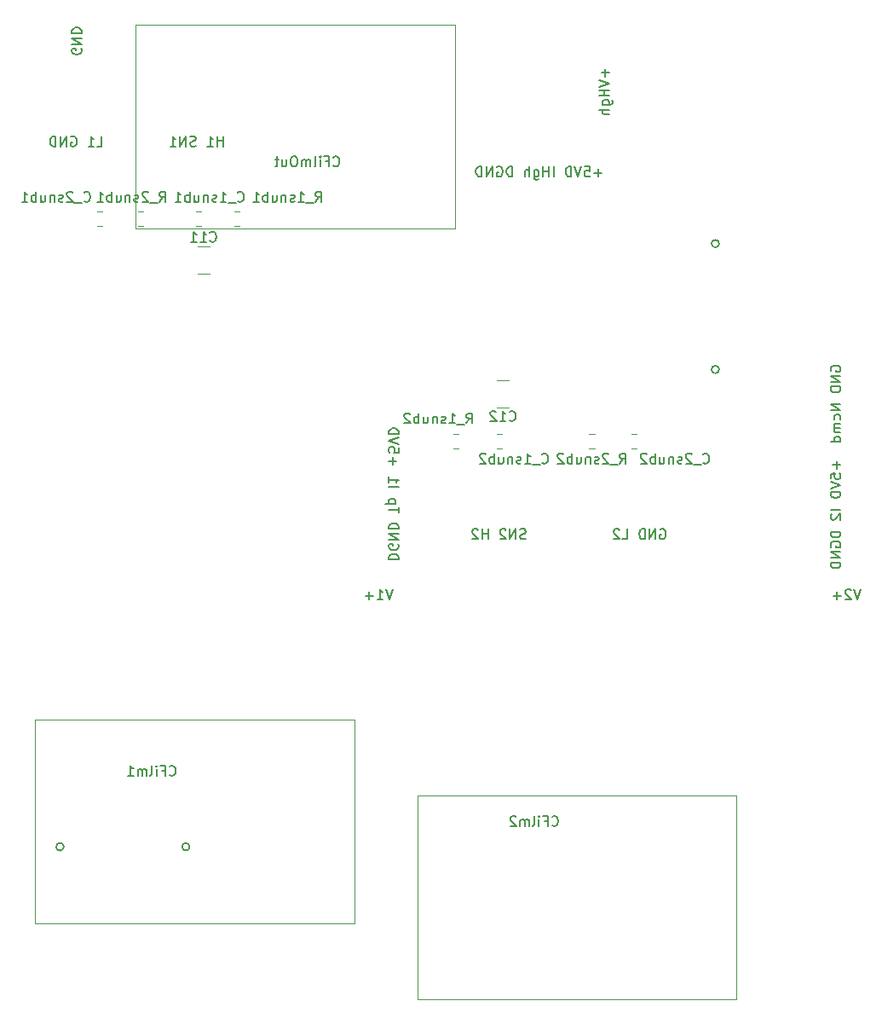
<source format=gbo>
G04 #@! TF.GenerationSoftware,KiCad,Pcbnew,5.1.6-c6e7f7d~86~ubuntu20.04.1*
G04 #@! TF.CreationDate,2020-09-07T12:04:47+02:00*
G04 #@! TF.ProjectId,Power,506f7765-722e-46b6-9963-61645f706362,rev?*
G04 #@! TF.SameCoordinates,Original*
G04 #@! TF.FileFunction,Legend,Bot*
G04 #@! TF.FilePolarity,Positive*
%FSLAX46Y46*%
G04 Gerber Fmt 4.6, Leading zero omitted, Abs format (unit mm)*
G04 Created by KiCad (PCBNEW 5.1.6-c6e7f7d~86~ubuntu20.04.1) date 2020-09-07 12:04:47*
%MOMM*%
%LPD*%
G01*
G04 APERTURE LIST*
%ADD10C,0.120000*%
%ADD11C,0.152400*%
%ADD12C,0.150000*%
G04 APERTURE END LIST*
D10*
X85880000Y-140620000D02*
X117620000Y-140620000D01*
X85880000Y-120380000D02*
X117620000Y-120380000D01*
X85880000Y-140620000D02*
X85880000Y-120380000D01*
X117620000Y-140620000D02*
X117620000Y-120380000D01*
X79620000Y-112880000D02*
X47880000Y-112880000D01*
X79620000Y-133120000D02*
X47880000Y-133120000D01*
X79620000Y-112880000D02*
X79620000Y-133120000D01*
X47880000Y-112880000D02*
X47880000Y-133120000D01*
X57880000Y-64120000D02*
X89620000Y-64120000D01*
X57880000Y-43880000D02*
X89620000Y-43880000D01*
X57880000Y-64120000D02*
X57880000Y-43880000D01*
X89620000Y-64120000D02*
X89620000Y-43880000D01*
X65252064Y-65890000D02*
X64047936Y-65890000D01*
X65252064Y-68610000D02*
X64047936Y-68610000D01*
X93797936Y-81860000D02*
X95002064Y-81860000D01*
X93797936Y-79140000D02*
X95002064Y-79140000D01*
X64446078Y-62425000D02*
X63928922Y-62425000D01*
X64446078Y-63845000D02*
X63928922Y-63845000D01*
X93761422Y-85960000D02*
X94278578Y-85960000D01*
X93761422Y-84540000D02*
X94278578Y-84540000D01*
X54583578Y-62425000D02*
X54066422Y-62425000D01*
X54583578Y-63845000D02*
X54066422Y-63845000D01*
X107178922Y-85960000D02*
X107696078Y-85960000D01*
X107178922Y-84540000D02*
X107696078Y-84540000D01*
X68221078Y-62425000D02*
X67703922Y-62425000D01*
X68221078Y-63845000D02*
X67703922Y-63845000D01*
X89441422Y-85960000D02*
X89958578Y-85960000D01*
X89441422Y-84540000D02*
X89958578Y-84540000D01*
X58696078Y-62425000D02*
X58178922Y-62425000D01*
X58696078Y-63845000D02*
X58178922Y-63845000D01*
X102976422Y-85960000D02*
X103493578Y-85960000D01*
X102976422Y-84540000D02*
X103493578Y-84540000D01*
D11*
X50775997Y-125500000D02*
G75*
G03*
X50775997Y-125500000I-381000J0D01*
G01*
X63275997Y-125500000D02*
G75*
G03*
X63275997Y-125500000I-381000J0D01*
G01*
X115881000Y-65605003D02*
G75*
G03*
X115881000Y-65605003I-381000J0D01*
G01*
X115881000Y-78105003D02*
G75*
G03*
X115881000Y-78105003I-381000J0D01*
G01*
D12*
X99261904Y-123357142D02*
X99309523Y-123404761D01*
X99452380Y-123452380D01*
X99547619Y-123452380D01*
X99690476Y-123404761D01*
X99785714Y-123309523D01*
X99833333Y-123214285D01*
X99880952Y-123023809D01*
X99880952Y-122880952D01*
X99833333Y-122690476D01*
X99785714Y-122595238D01*
X99690476Y-122500000D01*
X99547619Y-122452380D01*
X99452380Y-122452380D01*
X99309523Y-122500000D01*
X99261904Y-122547619D01*
X98500000Y-122928571D02*
X98833333Y-122928571D01*
X98833333Y-123452380D02*
X98833333Y-122452380D01*
X98357142Y-122452380D01*
X97976190Y-123452380D02*
X97976190Y-122785714D01*
X97976190Y-122452380D02*
X98023809Y-122500000D01*
X97976190Y-122547619D01*
X97928571Y-122500000D01*
X97976190Y-122452380D01*
X97976190Y-122547619D01*
X97357142Y-123452380D02*
X97452380Y-123404761D01*
X97500000Y-123309523D01*
X97500000Y-122452380D01*
X96976190Y-123452380D02*
X96976190Y-122785714D01*
X96976190Y-122880952D02*
X96928571Y-122833333D01*
X96833333Y-122785714D01*
X96690476Y-122785714D01*
X96595238Y-122833333D01*
X96547619Y-122928571D01*
X96547619Y-123452380D01*
X96547619Y-122928571D02*
X96500000Y-122833333D01*
X96404761Y-122785714D01*
X96261904Y-122785714D01*
X96166666Y-122833333D01*
X96119047Y-122928571D01*
X96119047Y-123452380D01*
X95690476Y-122547619D02*
X95642857Y-122500000D01*
X95547619Y-122452380D01*
X95309523Y-122452380D01*
X95214285Y-122500000D01*
X95166666Y-122547619D01*
X95119047Y-122642857D01*
X95119047Y-122738095D01*
X95166666Y-122880952D01*
X95738095Y-123452380D01*
X95119047Y-123452380D01*
X61261904Y-118357142D02*
X61309523Y-118404761D01*
X61452380Y-118452380D01*
X61547619Y-118452380D01*
X61690476Y-118404761D01*
X61785714Y-118309523D01*
X61833333Y-118214285D01*
X61880952Y-118023809D01*
X61880952Y-117880952D01*
X61833333Y-117690476D01*
X61785714Y-117595238D01*
X61690476Y-117500000D01*
X61547619Y-117452380D01*
X61452380Y-117452380D01*
X61309523Y-117500000D01*
X61261904Y-117547619D01*
X60500000Y-117928571D02*
X60833333Y-117928571D01*
X60833333Y-118452380D02*
X60833333Y-117452380D01*
X60357142Y-117452380D01*
X59976190Y-118452380D02*
X59976190Y-117785714D01*
X59976190Y-117452380D02*
X60023809Y-117500000D01*
X59976190Y-117547619D01*
X59928571Y-117500000D01*
X59976190Y-117452380D01*
X59976190Y-117547619D01*
X59357142Y-118452380D02*
X59452380Y-118404761D01*
X59500000Y-118309523D01*
X59500000Y-117452380D01*
X58976190Y-118452380D02*
X58976190Y-117785714D01*
X58976190Y-117880952D02*
X58928571Y-117833333D01*
X58833333Y-117785714D01*
X58690476Y-117785714D01*
X58595238Y-117833333D01*
X58547619Y-117928571D01*
X58547619Y-118452380D01*
X58547619Y-117928571D02*
X58500000Y-117833333D01*
X58404761Y-117785714D01*
X58261904Y-117785714D01*
X58166666Y-117833333D01*
X58119047Y-117928571D01*
X58119047Y-118452380D01*
X57119047Y-118452380D02*
X57690476Y-118452380D01*
X57404761Y-118452380D02*
X57404761Y-117452380D01*
X57500000Y-117595238D01*
X57595238Y-117690476D01*
X57690476Y-117738095D01*
X77547619Y-57857142D02*
X77595238Y-57904761D01*
X77738095Y-57952380D01*
X77833333Y-57952380D01*
X77976190Y-57904761D01*
X78071428Y-57809523D01*
X78119047Y-57714285D01*
X78166666Y-57523809D01*
X78166666Y-57380952D01*
X78119047Y-57190476D01*
X78071428Y-57095238D01*
X77976190Y-57000000D01*
X77833333Y-56952380D01*
X77738095Y-56952380D01*
X77595238Y-57000000D01*
X77547619Y-57047619D01*
X76785714Y-57428571D02*
X77119047Y-57428571D01*
X77119047Y-57952380D02*
X77119047Y-56952380D01*
X76642857Y-56952380D01*
X76261904Y-57952380D02*
X76261904Y-57285714D01*
X76261904Y-56952380D02*
X76309523Y-57000000D01*
X76261904Y-57047619D01*
X76214285Y-57000000D01*
X76261904Y-56952380D01*
X76261904Y-57047619D01*
X75642857Y-57952380D02*
X75738095Y-57904761D01*
X75785714Y-57809523D01*
X75785714Y-56952380D01*
X75261904Y-57952380D02*
X75261904Y-57285714D01*
X75261904Y-57380952D02*
X75214285Y-57333333D01*
X75119047Y-57285714D01*
X74976190Y-57285714D01*
X74880952Y-57333333D01*
X74833333Y-57428571D01*
X74833333Y-57952380D01*
X74833333Y-57428571D02*
X74785714Y-57333333D01*
X74690476Y-57285714D01*
X74547619Y-57285714D01*
X74452380Y-57333333D01*
X74404761Y-57428571D01*
X74404761Y-57952380D01*
X73738095Y-56952380D02*
X73547619Y-56952380D01*
X73452380Y-57000000D01*
X73357142Y-57095238D01*
X73309523Y-57285714D01*
X73309523Y-57619047D01*
X73357142Y-57809523D01*
X73452380Y-57904761D01*
X73547619Y-57952380D01*
X73738095Y-57952380D01*
X73833333Y-57904761D01*
X73928571Y-57809523D01*
X73976190Y-57619047D01*
X73976190Y-57285714D01*
X73928571Y-57095238D01*
X73833333Y-57000000D01*
X73738095Y-56952380D01*
X72452380Y-57285714D02*
X72452380Y-57952380D01*
X72880952Y-57285714D02*
X72880952Y-57809523D01*
X72833333Y-57904761D01*
X72738095Y-57952380D01*
X72595238Y-57952380D01*
X72500000Y-57904761D01*
X72452380Y-57857142D01*
X72119047Y-57285714D02*
X71738095Y-57285714D01*
X71976190Y-56952380D02*
X71976190Y-57809523D01*
X71928571Y-57904761D01*
X71833333Y-57952380D01*
X71738095Y-57952380D01*
X52500000Y-46261904D02*
X52547619Y-46357142D01*
X52547619Y-46500000D01*
X52500000Y-46642857D01*
X52404761Y-46738095D01*
X52309523Y-46785714D01*
X52119047Y-46833333D01*
X51976190Y-46833333D01*
X51785714Y-46785714D01*
X51690476Y-46738095D01*
X51595238Y-46642857D01*
X51547619Y-46500000D01*
X51547619Y-46404761D01*
X51595238Y-46261904D01*
X51642857Y-46214285D01*
X51976190Y-46214285D01*
X51976190Y-46404761D01*
X51547619Y-45785714D02*
X52547619Y-45785714D01*
X51547619Y-45214285D01*
X52547619Y-45214285D01*
X51547619Y-44738095D02*
X52547619Y-44738095D01*
X52547619Y-44500000D01*
X52500000Y-44357142D01*
X52404761Y-44261904D01*
X52309523Y-44214285D01*
X52119047Y-44166666D01*
X51976190Y-44166666D01*
X51785714Y-44214285D01*
X51690476Y-44261904D01*
X51595238Y-44357142D01*
X51547619Y-44500000D01*
X51547619Y-44738095D01*
X66619047Y-55952380D02*
X66619047Y-54952380D01*
X66619047Y-55428571D02*
X66047619Y-55428571D01*
X66047619Y-55952380D02*
X66047619Y-54952380D01*
X65047619Y-55952380D02*
X65619047Y-55952380D01*
X65333333Y-55952380D02*
X65333333Y-54952380D01*
X65428571Y-55095238D01*
X65523809Y-55190476D01*
X65619047Y-55238095D01*
X63904761Y-55904761D02*
X63761904Y-55952380D01*
X63523809Y-55952380D01*
X63428571Y-55904761D01*
X63380952Y-55857142D01*
X63333333Y-55761904D01*
X63333333Y-55666666D01*
X63380952Y-55571428D01*
X63428571Y-55523809D01*
X63523809Y-55476190D01*
X63714285Y-55428571D01*
X63809523Y-55380952D01*
X63857142Y-55333333D01*
X63904761Y-55238095D01*
X63904761Y-55142857D01*
X63857142Y-55047619D01*
X63809523Y-55000000D01*
X63714285Y-54952380D01*
X63476190Y-54952380D01*
X63333333Y-55000000D01*
X62904761Y-55952380D02*
X62904761Y-54952380D01*
X62333333Y-55952380D01*
X62333333Y-54952380D01*
X61333333Y-55952380D02*
X61904761Y-55952380D01*
X61619047Y-55952380D02*
X61619047Y-54952380D01*
X61714285Y-55095238D01*
X61809523Y-55190476D01*
X61904761Y-55238095D01*
X54071428Y-55952380D02*
X54547619Y-55952380D01*
X54547619Y-54952380D01*
X53214285Y-55952380D02*
X53785714Y-55952380D01*
X53500000Y-55952380D02*
X53500000Y-54952380D01*
X53595238Y-55095238D01*
X53690476Y-55190476D01*
X53785714Y-55238095D01*
X51500000Y-55000000D02*
X51595238Y-54952380D01*
X51738095Y-54952380D01*
X51880952Y-55000000D01*
X51976190Y-55095238D01*
X52023809Y-55190476D01*
X52071428Y-55380952D01*
X52071428Y-55523809D01*
X52023809Y-55714285D01*
X51976190Y-55809523D01*
X51880952Y-55904761D01*
X51738095Y-55952380D01*
X51642857Y-55952380D01*
X51500000Y-55904761D01*
X51452380Y-55857142D01*
X51452380Y-55523809D01*
X51642857Y-55523809D01*
X51023809Y-55952380D02*
X51023809Y-54952380D01*
X50452380Y-55952380D01*
X50452380Y-54952380D01*
X49976190Y-55952380D02*
X49976190Y-54952380D01*
X49738095Y-54952380D01*
X49595238Y-55000000D01*
X49500000Y-55095238D01*
X49452380Y-55190476D01*
X49404761Y-55380952D01*
X49404761Y-55523809D01*
X49452380Y-55714285D01*
X49500000Y-55809523D01*
X49595238Y-55904761D01*
X49738095Y-55952380D01*
X49976190Y-55952380D01*
X104571428Y-48261904D02*
X104571428Y-49023809D01*
X104952380Y-48642857D02*
X104190476Y-48642857D01*
X103952380Y-49357142D02*
X104952380Y-49690476D01*
X103952380Y-50023809D01*
X104952380Y-50357142D02*
X103952380Y-50357142D01*
X104428571Y-50357142D02*
X104428571Y-50928571D01*
X104952380Y-50928571D02*
X103952380Y-50928571D01*
X104285714Y-51833333D02*
X105095238Y-51833333D01*
X105190476Y-51785714D01*
X105238095Y-51738095D01*
X105285714Y-51642857D01*
X105285714Y-51500000D01*
X105238095Y-51404761D01*
X104904761Y-51833333D02*
X104952380Y-51738095D01*
X104952380Y-51547619D01*
X104904761Y-51452380D01*
X104857142Y-51404761D01*
X104761904Y-51357142D01*
X104476190Y-51357142D01*
X104380952Y-51404761D01*
X104333333Y-51452380D01*
X104285714Y-51547619D01*
X104285714Y-51738095D01*
X104333333Y-51833333D01*
X104952380Y-52309523D02*
X103952380Y-52309523D01*
X104952380Y-52738095D02*
X104428571Y-52738095D01*
X104333333Y-52690476D01*
X104285714Y-52595238D01*
X104285714Y-52452380D01*
X104333333Y-52357142D01*
X104380952Y-52309523D01*
X104238095Y-58571428D02*
X103476190Y-58571428D01*
X103857142Y-58952380D02*
X103857142Y-58190476D01*
X102523809Y-57952380D02*
X103000000Y-57952380D01*
X103047619Y-58428571D01*
X103000000Y-58380952D01*
X102904761Y-58333333D01*
X102666666Y-58333333D01*
X102571428Y-58380952D01*
X102523809Y-58428571D01*
X102476190Y-58523809D01*
X102476190Y-58761904D01*
X102523809Y-58857142D01*
X102571428Y-58904761D01*
X102666666Y-58952380D01*
X102904761Y-58952380D01*
X103000000Y-58904761D01*
X103047619Y-58857142D01*
X102190476Y-57952380D02*
X101857142Y-58952380D01*
X101523809Y-57952380D01*
X101190476Y-58952380D02*
X101190476Y-57952380D01*
X100952380Y-57952380D01*
X100809523Y-58000000D01*
X100714285Y-58095238D01*
X100666666Y-58190476D01*
X100619047Y-58380952D01*
X100619047Y-58523809D01*
X100666666Y-58714285D01*
X100714285Y-58809523D01*
X100809523Y-58904761D01*
X100952380Y-58952380D01*
X101190476Y-58952380D01*
X99428571Y-58952380D02*
X99428571Y-57952380D01*
X98952380Y-58952380D02*
X98952380Y-57952380D01*
X98952380Y-58428571D02*
X98380952Y-58428571D01*
X98380952Y-58952380D02*
X98380952Y-57952380D01*
X97476190Y-58285714D02*
X97476190Y-59095238D01*
X97523809Y-59190476D01*
X97571428Y-59238095D01*
X97666666Y-59285714D01*
X97809523Y-59285714D01*
X97904761Y-59238095D01*
X97476190Y-58904761D02*
X97571428Y-58952380D01*
X97761904Y-58952380D01*
X97857142Y-58904761D01*
X97904761Y-58857142D01*
X97952380Y-58761904D01*
X97952380Y-58476190D01*
X97904761Y-58380952D01*
X97857142Y-58333333D01*
X97761904Y-58285714D01*
X97571428Y-58285714D01*
X97476190Y-58333333D01*
X97000000Y-58952380D02*
X97000000Y-57952380D01*
X96571428Y-58952380D02*
X96571428Y-58428571D01*
X96619047Y-58333333D01*
X96714285Y-58285714D01*
X96857142Y-58285714D01*
X96952380Y-58333333D01*
X97000000Y-58380952D01*
X95333333Y-58952380D02*
X95333333Y-57952380D01*
X95095238Y-57952380D01*
X94952380Y-58000000D01*
X94857142Y-58095238D01*
X94809523Y-58190476D01*
X94761904Y-58380952D01*
X94761904Y-58523809D01*
X94809523Y-58714285D01*
X94857142Y-58809523D01*
X94952380Y-58904761D01*
X95095238Y-58952380D01*
X95333333Y-58952380D01*
X93809523Y-58000000D02*
X93904761Y-57952380D01*
X94047619Y-57952380D01*
X94190476Y-58000000D01*
X94285714Y-58095238D01*
X94333333Y-58190476D01*
X94380952Y-58380952D01*
X94380952Y-58523809D01*
X94333333Y-58714285D01*
X94285714Y-58809523D01*
X94190476Y-58904761D01*
X94047619Y-58952380D01*
X93952380Y-58952380D01*
X93809523Y-58904761D01*
X93761904Y-58857142D01*
X93761904Y-58523809D01*
X93952380Y-58523809D01*
X93333333Y-58952380D02*
X93333333Y-57952380D01*
X92761904Y-58952380D01*
X92761904Y-57952380D01*
X92285714Y-58952380D02*
X92285714Y-57952380D01*
X92047619Y-57952380D01*
X91904761Y-58000000D01*
X91809523Y-58095238D01*
X91761904Y-58190476D01*
X91714285Y-58380952D01*
X91714285Y-58523809D01*
X91761904Y-58714285D01*
X91809523Y-58809523D01*
X91904761Y-58904761D01*
X92047619Y-58952380D01*
X92285714Y-58952380D01*
X129928571Y-99952380D02*
X129595238Y-100952380D01*
X129261904Y-99952380D01*
X128976190Y-100047619D02*
X128928571Y-100000000D01*
X128833333Y-99952380D01*
X128595238Y-99952380D01*
X128500000Y-100000000D01*
X128452380Y-100047619D01*
X128404761Y-100142857D01*
X128404761Y-100238095D01*
X128452380Y-100380952D01*
X129023809Y-100952380D01*
X128404761Y-100952380D01*
X127976190Y-100571428D02*
X127214285Y-100571428D01*
X127595238Y-100952380D02*
X127595238Y-100190476D01*
X127000000Y-78285714D02*
X126952380Y-78190476D01*
X126952380Y-78047619D01*
X127000000Y-77904761D01*
X127095238Y-77809523D01*
X127190476Y-77761904D01*
X127380952Y-77714285D01*
X127523809Y-77714285D01*
X127714285Y-77761904D01*
X127809523Y-77809523D01*
X127904761Y-77904761D01*
X127952380Y-78047619D01*
X127952380Y-78142857D01*
X127904761Y-78285714D01*
X127857142Y-78333333D01*
X127523809Y-78333333D01*
X127523809Y-78142857D01*
X127952380Y-78761904D02*
X126952380Y-78761904D01*
X127952380Y-79333333D01*
X126952380Y-79333333D01*
X127952380Y-79809523D02*
X126952380Y-79809523D01*
X126952380Y-80047619D01*
X127000000Y-80190476D01*
X127095238Y-80285714D01*
X127190476Y-80333333D01*
X127380952Y-80380952D01*
X127523809Y-80380952D01*
X127714285Y-80333333D01*
X127809523Y-80285714D01*
X127904761Y-80190476D01*
X127952380Y-80047619D01*
X127952380Y-79809523D01*
X127952380Y-81571428D02*
X126952380Y-81571428D01*
X127952380Y-82142857D01*
X126952380Y-82142857D01*
X127904761Y-83047619D02*
X127952380Y-82952380D01*
X127952380Y-82761904D01*
X127904761Y-82666666D01*
X127857142Y-82619047D01*
X127761904Y-82571428D01*
X127476190Y-82571428D01*
X127380952Y-82619047D01*
X127333333Y-82666666D01*
X127285714Y-82761904D01*
X127285714Y-82952380D01*
X127333333Y-83047619D01*
X127952380Y-83476190D02*
X127285714Y-83476190D01*
X127380952Y-83476190D02*
X127333333Y-83523809D01*
X127285714Y-83619047D01*
X127285714Y-83761904D01*
X127333333Y-83857142D01*
X127428571Y-83904761D01*
X127952380Y-83904761D01*
X127428571Y-83904761D02*
X127333333Y-83952380D01*
X127285714Y-84047619D01*
X127285714Y-84190476D01*
X127333333Y-84285714D01*
X127428571Y-84333333D01*
X127952380Y-84333333D01*
X127952380Y-85238095D02*
X126952380Y-85238095D01*
X127904761Y-85238095D02*
X127952380Y-85142857D01*
X127952380Y-84952380D01*
X127904761Y-84857142D01*
X127857142Y-84809523D01*
X127761904Y-84761904D01*
X127476190Y-84761904D01*
X127380952Y-84809523D01*
X127333333Y-84857142D01*
X127285714Y-84952380D01*
X127285714Y-85142857D01*
X127333333Y-85238095D01*
X127571428Y-87214285D02*
X127571428Y-87976190D01*
X127952380Y-87595238D02*
X127190476Y-87595238D01*
X126952380Y-88928571D02*
X126952380Y-88452380D01*
X127428571Y-88404761D01*
X127380952Y-88452380D01*
X127333333Y-88547619D01*
X127333333Y-88785714D01*
X127380952Y-88880952D01*
X127428571Y-88928571D01*
X127523809Y-88976190D01*
X127761904Y-88976190D01*
X127857142Y-88928571D01*
X127904761Y-88880952D01*
X127952380Y-88785714D01*
X127952380Y-88547619D01*
X127904761Y-88452380D01*
X127857142Y-88404761D01*
X126952380Y-89261904D02*
X127952380Y-89595238D01*
X126952380Y-89928571D01*
X127952380Y-90261904D02*
X126952380Y-90261904D01*
X126952380Y-90500000D01*
X127000000Y-90642857D01*
X127095238Y-90738095D01*
X127190476Y-90785714D01*
X127380952Y-90833333D01*
X127523809Y-90833333D01*
X127714285Y-90785714D01*
X127809523Y-90738095D01*
X127904761Y-90642857D01*
X127952380Y-90500000D01*
X127952380Y-90261904D01*
X127952380Y-92023809D02*
X126952380Y-92023809D01*
X127047619Y-92452380D02*
X127000000Y-92500000D01*
X126952380Y-92595238D01*
X126952380Y-92833333D01*
X127000000Y-92928571D01*
X127047619Y-92976190D01*
X127142857Y-93023809D01*
X127238095Y-93023809D01*
X127380952Y-92976190D01*
X127952380Y-92404761D01*
X127952380Y-93023809D01*
X127952380Y-94214285D02*
X126952380Y-94214285D01*
X126952380Y-94452380D01*
X127000000Y-94595238D01*
X127095238Y-94690476D01*
X127190476Y-94738095D01*
X127380952Y-94785714D01*
X127523809Y-94785714D01*
X127714285Y-94738095D01*
X127809523Y-94690476D01*
X127904761Y-94595238D01*
X127952380Y-94452380D01*
X127952380Y-94214285D01*
X127000000Y-95738095D02*
X126952380Y-95642857D01*
X126952380Y-95500000D01*
X127000000Y-95357142D01*
X127095238Y-95261904D01*
X127190476Y-95214285D01*
X127380952Y-95166666D01*
X127523809Y-95166666D01*
X127714285Y-95214285D01*
X127809523Y-95261904D01*
X127904761Y-95357142D01*
X127952380Y-95500000D01*
X127952380Y-95595238D01*
X127904761Y-95738095D01*
X127857142Y-95785714D01*
X127523809Y-95785714D01*
X127523809Y-95595238D01*
X127952380Y-96214285D02*
X126952380Y-96214285D01*
X127952380Y-96785714D01*
X126952380Y-96785714D01*
X127952380Y-97261904D02*
X126952380Y-97261904D01*
X126952380Y-97500000D01*
X127000000Y-97642857D01*
X127095238Y-97738095D01*
X127190476Y-97785714D01*
X127380952Y-97833333D01*
X127523809Y-97833333D01*
X127714285Y-97785714D01*
X127809523Y-97738095D01*
X127904761Y-97642857D01*
X127952380Y-97500000D01*
X127952380Y-97261904D01*
X110023809Y-94000000D02*
X110119047Y-93952380D01*
X110261904Y-93952380D01*
X110404761Y-94000000D01*
X110500000Y-94095238D01*
X110547619Y-94190476D01*
X110595238Y-94380952D01*
X110595238Y-94523809D01*
X110547619Y-94714285D01*
X110500000Y-94809523D01*
X110404761Y-94904761D01*
X110261904Y-94952380D01*
X110166666Y-94952380D01*
X110023809Y-94904761D01*
X109976190Y-94857142D01*
X109976190Y-94523809D01*
X110166666Y-94523809D01*
X109547619Y-94952380D02*
X109547619Y-93952380D01*
X108976190Y-94952380D01*
X108976190Y-93952380D01*
X108500000Y-94952380D02*
X108500000Y-93952380D01*
X108261904Y-93952380D01*
X108119047Y-94000000D01*
X108023809Y-94095238D01*
X107976190Y-94190476D01*
X107928571Y-94380952D01*
X107928571Y-94523809D01*
X107976190Y-94714285D01*
X108023809Y-94809523D01*
X108119047Y-94904761D01*
X108261904Y-94952380D01*
X108500000Y-94952380D01*
X106261904Y-94952380D02*
X106738095Y-94952380D01*
X106738095Y-93952380D01*
X105976190Y-94047619D02*
X105928571Y-94000000D01*
X105833333Y-93952380D01*
X105595238Y-93952380D01*
X105500000Y-94000000D01*
X105452380Y-94047619D01*
X105404761Y-94142857D01*
X105404761Y-94238095D01*
X105452380Y-94380952D01*
X106023809Y-94952380D01*
X105404761Y-94952380D01*
X96666666Y-94904761D02*
X96523809Y-94952380D01*
X96285714Y-94952380D01*
X96190476Y-94904761D01*
X96142857Y-94857142D01*
X96095238Y-94761904D01*
X96095238Y-94666666D01*
X96142857Y-94571428D01*
X96190476Y-94523809D01*
X96285714Y-94476190D01*
X96476190Y-94428571D01*
X96571428Y-94380952D01*
X96619047Y-94333333D01*
X96666666Y-94238095D01*
X96666666Y-94142857D01*
X96619047Y-94047619D01*
X96571428Y-94000000D01*
X96476190Y-93952380D01*
X96238095Y-93952380D01*
X96095238Y-94000000D01*
X95666666Y-94952380D02*
X95666666Y-93952380D01*
X95095238Y-94952380D01*
X95095238Y-93952380D01*
X94666666Y-94047619D02*
X94619047Y-94000000D01*
X94523809Y-93952380D01*
X94285714Y-93952380D01*
X94190476Y-94000000D01*
X94142857Y-94047619D01*
X94095238Y-94142857D01*
X94095238Y-94238095D01*
X94142857Y-94380952D01*
X94714285Y-94952380D01*
X94095238Y-94952380D01*
X92904761Y-94952380D02*
X92904761Y-93952380D01*
X92904761Y-94428571D02*
X92333333Y-94428571D01*
X92333333Y-94952380D02*
X92333333Y-93952380D01*
X91904761Y-94047619D02*
X91857142Y-94000000D01*
X91761904Y-93952380D01*
X91523809Y-93952380D01*
X91428571Y-94000000D01*
X91380952Y-94047619D01*
X91333333Y-94142857D01*
X91333333Y-94238095D01*
X91380952Y-94380952D01*
X91952380Y-94952380D01*
X91333333Y-94952380D01*
X83047619Y-97000000D02*
X84047619Y-97000000D01*
X84047619Y-96761904D01*
X84000000Y-96619047D01*
X83904761Y-96523809D01*
X83809523Y-96476190D01*
X83619047Y-96428571D01*
X83476190Y-96428571D01*
X83285714Y-96476190D01*
X83190476Y-96523809D01*
X83095238Y-96619047D01*
X83047619Y-96761904D01*
X83047619Y-97000000D01*
X84000000Y-95476190D02*
X84047619Y-95571428D01*
X84047619Y-95714285D01*
X84000000Y-95857142D01*
X83904761Y-95952380D01*
X83809523Y-96000000D01*
X83619047Y-96047619D01*
X83476190Y-96047619D01*
X83285714Y-96000000D01*
X83190476Y-95952380D01*
X83095238Y-95857142D01*
X83047619Y-95714285D01*
X83047619Y-95619047D01*
X83095238Y-95476190D01*
X83142857Y-95428571D01*
X83476190Y-95428571D01*
X83476190Y-95619047D01*
X83047619Y-95000000D02*
X84047619Y-95000000D01*
X83047619Y-94428571D01*
X84047619Y-94428571D01*
X83047619Y-93952380D02*
X84047619Y-93952380D01*
X84047619Y-93714285D01*
X84000000Y-93571428D01*
X83904761Y-93476190D01*
X83809523Y-93428571D01*
X83619047Y-93380952D01*
X83476190Y-93380952D01*
X83285714Y-93428571D01*
X83190476Y-93476190D01*
X83095238Y-93571428D01*
X83047619Y-93714285D01*
X83047619Y-93952380D01*
X84047619Y-92333333D02*
X84047619Y-91761904D01*
X83047619Y-92047619D02*
X84047619Y-92047619D01*
X83714285Y-91428571D02*
X82714285Y-91428571D01*
X83666666Y-91428571D02*
X83714285Y-91333333D01*
X83714285Y-91142857D01*
X83666666Y-91047619D01*
X83619047Y-91000000D01*
X83523809Y-90952380D01*
X83238095Y-90952380D01*
X83142857Y-91000000D01*
X83095238Y-91047619D01*
X83047619Y-91142857D01*
X83047619Y-91333333D01*
X83095238Y-91428571D01*
X83047619Y-89761904D02*
X84047619Y-89761904D01*
X83047619Y-88761904D02*
X83047619Y-89333333D01*
X83047619Y-89047619D02*
X84047619Y-89047619D01*
X83904761Y-89142857D01*
X83809523Y-89238095D01*
X83761904Y-89333333D01*
X83428571Y-87571428D02*
X83428571Y-86809523D01*
X83047619Y-87190476D02*
X83809523Y-87190476D01*
X84047619Y-85857142D02*
X84047619Y-86333333D01*
X83571428Y-86380952D01*
X83619047Y-86333333D01*
X83666666Y-86238095D01*
X83666666Y-86000000D01*
X83619047Y-85904761D01*
X83571428Y-85857142D01*
X83476190Y-85809523D01*
X83238095Y-85809523D01*
X83142857Y-85857142D01*
X83095238Y-85904761D01*
X83047619Y-86000000D01*
X83047619Y-86238095D01*
X83095238Y-86333333D01*
X83142857Y-86380952D01*
X84047619Y-85523809D02*
X83047619Y-85190476D01*
X84047619Y-84857142D01*
X83047619Y-84523809D02*
X84047619Y-84523809D01*
X84047619Y-84285714D01*
X84000000Y-84142857D01*
X83904761Y-84047619D01*
X83809523Y-84000000D01*
X83619047Y-83952380D01*
X83476190Y-83952380D01*
X83285714Y-84000000D01*
X83190476Y-84047619D01*
X83095238Y-84142857D01*
X83047619Y-84285714D01*
X83047619Y-84523809D01*
X83428571Y-99952380D02*
X83095238Y-100952380D01*
X82761904Y-99952380D01*
X81904761Y-100952380D02*
X82476190Y-100952380D01*
X82190476Y-100952380D02*
X82190476Y-99952380D01*
X82285714Y-100095238D01*
X82380952Y-100190476D01*
X82476190Y-100238095D01*
X81476190Y-100571428D02*
X80714285Y-100571428D01*
X81095238Y-100952380D02*
X81095238Y-100190476D01*
X65292857Y-65327142D02*
X65340476Y-65374761D01*
X65483333Y-65422380D01*
X65578571Y-65422380D01*
X65721428Y-65374761D01*
X65816666Y-65279523D01*
X65864285Y-65184285D01*
X65911904Y-64993809D01*
X65911904Y-64850952D01*
X65864285Y-64660476D01*
X65816666Y-64565238D01*
X65721428Y-64470000D01*
X65578571Y-64422380D01*
X65483333Y-64422380D01*
X65340476Y-64470000D01*
X65292857Y-64517619D01*
X64340476Y-65422380D02*
X64911904Y-65422380D01*
X64626190Y-65422380D02*
X64626190Y-64422380D01*
X64721428Y-64565238D01*
X64816666Y-64660476D01*
X64911904Y-64708095D01*
X63388095Y-65422380D02*
X63959523Y-65422380D01*
X63673809Y-65422380D02*
X63673809Y-64422380D01*
X63769047Y-64565238D01*
X63864285Y-64660476D01*
X63959523Y-64708095D01*
X95042857Y-83137142D02*
X95090476Y-83184761D01*
X95233333Y-83232380D01*
X95328571Y-83232380D01*
X95471428Y-83184761D01*
X95566666Y-83089523D01*
X95614285Y-82994285D01*
X95661904Y-82803809D01*
X95661904Y-82660952D01*
X95614285Y-82470476D01*
X95566666Y-82375238D01*
X95471428Y-82280000D01*
X95328571Y-82232380D01*
X95233333Y-82232380D01*
X95090476Y-82280000D01*
X95042857Y-82327619D01*
X94090476Y-83232380D02*
X94661904Y-83232380D01*
X94376190Y-83232380D02*
X94376190Y-82232380D01*
X94471428Y-82375238D01*
X94566666Y-82470476D01*
X94661904Y-82518095D01*
X93709523Y-82327619D02*
X93661904Y-82280000D01*
X93566666Y-82232380D01*
X93328571Y-82232380D01*
X93233333Y-82280000D01*
X93185714Y-82327619D01*
X93138095Y-82422857D01*
X93138095Y-82518095D01*
X93185714Y-82660952D01*
X93757142Y-83232380D01*
X93138095Y-83232380D01*
X68035714Y-61357142D02*
X68083333Y-61404761D01*
X68226190Y-61452380D01*
X68321428Y-61452380D01*
X68464285Y-61404761D01*
X68559523Y-61309523D01*
X68607142Y-61214285D01*
X68654761Y-61023809D01*
X68654761Y-60880952D01*
X68607142Y-60690476D01*
X68559523Y-60595238D01*
X68464285Y-60500000D01*
X68321428Y-60452380D01*
X68226190Y-60452380D01*
X68083333Y-60500000D01*
X68035714Y-60547619D01*
X67845238Y-61547619D02*
X67083333Y-61547619D01*
X66321428Y-61452380D02*
X66892857Y-61452380D01*
X66607142Y-61452380D02*
X66607142Y-60452380D01*
X66702380Y-60595238D01*
X66797619Y-60690476D01*
X66892857Y-60738095D01*
X65940476Y-61404761D02*
X65845238Y-61452380D01*
X65654761Y-61452380D01*
X65559523Y-61404761D01*
X65511904Y-61309523D01*
X65511904Y-61261904D01*
X65559523Y-61166666D01*
X65654761Y-61119047D01*
X65797619Y-61119047D01*
X65892857Y-61071428D01*
X65940476Y-60976190D01*
X65940476Y-60928571D01*
X65892857Y-60833333D01*
X65797619Y-60785714D01*
X65654761Y-60785714D01*
X65559523Y-60833333D01*
X65083333Y-60785714D02*
X65083333Y-61452380D01*
X65083333Y-60880952D02*
X65035714Y-60833333D01*
X64940476Y-60785714D01*
X64797619Y-60785714D01*
X64702380Y-60833333D01*
X64654761Y-60928571D01*
X64654761Y-61452380D01*
X63750000Y-60785714D02*
X63750000Y-61452380D01*
X64178571Y-60785714D02*
X64178571Y-61309523D01*
X64130952Y-61404761D01*
X64035714Y-61452380D01*
X63892857Y-61452380D01*
X63797619Y-61404761D01*
X63750000Y-61357142D01*
X63273809Y-61452380D02*
X63273809Y-60452380D01*
X63273809Y-60833333D02*
X63178571Y-60785714D01*
X62988095Y-60785714D01*
X62892857Y-60833333D01*
X62845238Y-60880952D01*
X62797619Y-60976190D01*
X62797619Y-61261904D01*
X62845238Y-61357142D01*
X62892857Y-61404761D01*
X62988095Y-61452380D01*
X63178571Y-61452380D01*
X63273809Y-61404761D01*
X61845238Y-61452380D02*
X62416666Y-61452380D01*
X62130952Y-61452380D02*
X62130952Y-60452380D01*
X62226190Y-60595238D01*
X62321428Y-60690476D01*
X62416666Y-60738095D01*
X98285714Y-87357142D02*
X98333333Y-87404761D01*
X98476190Y-87452380D01*
X98571428Y-87452380D01*
X98714285Y-87404761D01*
X98809523Y-87309523D01*
X98857142Y-87214285D01*
X98904761Y-87023809D01*
X98904761Y-86880952D01*
X98857142Y-86690476D01*
X98809523Y-86595238D01*
X98714285Y-86500000D01*
X98571428Y-86452380D01*
X98476190Y-86452380D01*
X98333333Y-86500000D01*
X98285714Y-86547619D01*
X98095238Y-87547619D02*
X97333333Y-87547619D01*
X96571428Y-87452380D02*
X97142857Y-87452380D01*
X96857142Y-87452380D02*
X96857142Y-86452380D01*
X96952380Y-86595238D01*
X97047619Y-86690476D01*
X97142857Y-86738095D01*
X96190476Y-87404761D02*
X96095238Y-87452380D01*
X95904761Y-87452380D01*
X95809523Y-87404761D01*
X95761904Y-87309523D01*
X95761904Y-87261904D01*
X95809523Y-87166666D01*
X95904761Y-87119047D01*
X96047619Y-87119047D01*
X96142857Y-87071428D01*
X96190476Y-86976190D01*
X96190476Y-86928571D01*
X96142857Y-86833333D01*
X96047619Y-86785714D01*
X95904761Y-86785714D01*
X95809523Y-86833333D01*
X95333333Y-86785714D02*
X95333333Y-87452380D01*
X95333333Y-86880952D02*
X95285714Y-86833333D01*
X95190476Y-86785714D01*
X95047619Y-86785714D01*
X94952380Y-86833333D01*
X94904761Y-86928571D01*
X94904761Y-87452380D01*
X94000000Y-86785714D02*
X94000000Y-87452380D01*
X94428571Y-86785714D02*
X94428571Y-87309523D01*
X94380952Y-87404761D01*
X94285714Y-87452380D01*
X94142857Y-87452380D01*
X94047619Y-87404761D01*
X94000000Y-87357142D01*
X93523809Y-87452380D02*
X93523809Y-86452380D01*
X93523809Y-86833333D02*
X93428571Y-86785714D01*
X93238095Y-86785714D01*
X93142857Y-86833333D01*
X93095238Y-86880952D01*
X93047619Y-86976190D01*
X93047619Y-87261904D01*
X93095238Y-87357142D01*
X93142857Y-87404761D01*
X93238095Y-87452380D01*
X93428571Y-87452380D01*
X93523809Y-87404761D01*
X92666666Y-86547619D02*
X92619047Y-86500000D01*
X92523809Y-86452380D01*
X92285714Y-86452380D01*
X92190476Y-86500000D01*
X92142857Y-86547619D01*
X92095238Y-86642857D01*
X92095238Y-86738095D01*
X92142857Y-86880952D01*
X92714285Y-87452380D01*
X92095238Y-87452380D01*
X52785714Y-61357142D02*
X52833333Y-61404761D01*
X52976190Y-61452380D01*
X53071428Y-61452380D01*
X53214285Y-61404761D01*
X53309523Y-61309523D01*
X53357142Y-61214285D01*
X53404761Y-61023809D01*
X53404761Y-60880952D01*
X53357142Y-60690476D01*
X53309523Y-60595238D01*
X53214285Y-60500000D01*
X53071428Y-60452380D01*
X52976190Y-60452380D01*
X52833333Y-60500000D01*
X52785714Y-60547619D01*
X52595238Y-61547619D02*
X51833333Y-61547619D01*
X51642857Y-60547619D02*
X51595238Y-60500000D01*
X51500000Y-60452380D01*
X51261904Y-60452380D01*
X51166666Y-60500000D01*
X51119047Y-60547619D01*
X51071428Y-60642857D01*
X51071428Y-60738095D01*
X51119047Y-60880952D01*
X51690476Y-61452380D01*
X51071428Y-61452380D01*
X50690476Y-61404761D02*
X50595238Y-61452380D01*
X50404761Y-61452380D01*
X50309523Y-61404761D01*
X50261904Y-61309523D01*
X50261904Y-61261904D01*
X50309523Y-61166666D01*
X50404761Y-61119047D01*
X50547619Y-61119047D01*
X50642857Y-61071428D01*
X50690476Y-60976190D01*
X50690476Y-60928571D01*
X50642857Y-60833333D01*
X50547619Y-60785714D01*
X50404761Y-60785714D01*
X50309523Y-60833333D01*
X49833333Y-60785714D02*
X49833333Y-61452380D01*
X49833333Y-60880952D02*
X49785714Y-60833333D01*
X49690476Y-60785714D01*
X49547619Y-60785714D01*
X49452380Y-60833333D01*
X49404761Y-60928571D01*
X49404761Y-61452380D01*
X48500000Y-60785714D02*
X48500000Y-61452380D01*
X48928571Y-60785714D02*
X48928571Y-61309523D01*
X48880952Y-61404761D01*
X48785714Y-61452380D01*
X48642857Y-61452380D01*
X48547619Y-61404761D01*
X48500000Y-61357142D01*
X48023809Y-61452380D02*
X48023809Y-60452380D01*
X48023809Y-60833333D02*
X47928571Y-60785714D01*
X47738095Y-60785714D01*
X47642857Y-60833333D01*
X47595238Y-60880952D01*
X47547619Y-60976190D01*
X47547619Y-61261904D01*
X47595238Y-61357142D01*
X47642857Y-61404761D01*
X47738095Y-61452380D01*
X47928571Y-61452380D01*
X48023809Y-61404761D01*
X46595238Y-61452380D02*
X47166666Y-61452380D01*
X46880952Y-61452380D02*
X46880952Y-60452380D01*
X46976190Y-60595238D01*
X47071428Y-60690476D01*
X47166666Y-60738095D01*
X114285714Y-87357142D02*
X114333333Y-87404761D01*
X114476190Y-87452380D01*
X114571428Y-87452380D01*
X114714285Y-87404761D01*
X114809523Y-87309523D01*
X114857142Y-87214285D01*
X114904761Y-87023809D01*
X114904761Y-86880952D01*
X114857142Y-86690476D01*
X114809523Y-86595238D01*
X114714285Y-86500000D01*
X114571428Y-86452380D01*
X114476190Y-86452380D01*
X114333333Y-86500000D01*
X114285714Y-86547619D01*
X114095238Y-87547619D02*
X113333333Y-87547619D01*
X113142857Y-86547619D02*
X113095238Y-86500000D01*
X113000000Y-86452380D01*
X112761904Y-86452380D01*
X112666666Y-86500000D01*
X112619047Y-86547619D01*
X112571428Y-86642857D01*
X112571428Y-86738095D01*
X112619047Y-86880952D01*
X113190476Y-87452380D01*
X112571428Y-87452380D01*
X112190476Y-87404761D02*
X112095238Y-87452380D01*
X111904761Y-87452380D01*
X111809523Y-87404761D01*
X111761904Y-87309523D01*
X111761904Y-87261904D01*
X111809523Y-87166666D01*
X111904761Y-87119047D01*
X112047619Y-87119047D01*
X112142857Y-87071428D01*
X112190476Y-86976190D01*
X112190476Y-86928571D01*
X112142857Y-86833333D01*
X112047619Y-86785714D01*
X111904761Y-86785714D01*
X111809523Y-86833333D01*
X111333333Y-86785714D02*
X111333333Y-87452380D01*
X111333333Y-86880952D02*
X111285714Y-86833333D01*
X111190476Y-86785714D01*
X111047619Y-86785714D01*
X110952380Y-86833333D01*
X110904761Y-86928571D01*
X110904761Y-87452380D01*
X110000000Y-86785714D02*
X110000000Y-87452380D01*
X110428571Y-86785714D02*
X110428571Y-87309523D01*
X110380952Y-87404761D01*
X110285714Y-87452380D01*
X110142857Y-87452380D01*
X110047619Y-87404761D01*
X110000000Y-87357142D01*
X109523809Y-87452380D02*
X109523809Y-86452380D01*
X109523809Y-86833333D02*
X109428571Y-86785714D01*
X109238095Y-86785714D01*
X109142857Y-86833333D01*
X109095238Y-86880952D01*
X109047619Y-86976190D01*
X109047619Y-87261904D01*
X109095238Y-87357142D01*
X109142857Y-87404761D01*
X109238095Y-87452380D01*
X109428571Y-87452380D01*
X109523809Y-87404761D01*
X108666666Y-86547619D02*
X108619047Y-86500000D01*
X108523809Y-86452380D01*
X108285714Y-86452380D01*
X108190476Y-86500000D01*
X108142857Y-86547619D01*
X108095238Y-86642857D01*
X108095238Y-86738095D01*
X108142857Y-86880952D01*
X108714285Y-87452380D01*
X108095238Y-87452380D01*
X75785714Y-61452380D02*
X76119047Y-60976190D01*
X76357142Y-61452380D02*
X76357142Y-60452380D01*
X75976190Y-60452380D01*
X75880952Y-60500000D01*
X75833333Y-60547619D01*
X75785714Y-60642857D01*
X75785714Y-60785714D01*
X75833333Y-60880952D01*
X75880952Y-60928571D01*
X75976190Y-60976190D01*
X76357142Y-60976190D01*
X75595238Y-61547619D02*
X74833333Y-61547619D01*
X74071428Y-61452380D02*
X74642857Y-61452380D01*
X74357142Y-61452380D02*
X74357142Y-60452380D01*
X74452380Y-60595238D01*
X74547619Y-60690476D01*
X74642857Y-60738095D01*
X73690476Y-61404761D02*
X73595238Y-61452380D01*
X73404761Y-61452380D01*
X73309523Y-61404761D01*
X73261904Y-61309523D01*
X73261904Y-61261904D01*
X73309523Y-61166666D01*
X73404761Y-61119047D01*
X73547619Y-61119047D01*
X73642857Y-61071428D01*
X73690476Y-60976190D01*
X73690476Y-60928571D01*
X73642857Y-60833333D01*
X73547619Y-60785714D01*
X73404761Y-60785714D01*
X73309523Y-60833333D01*
X72833333Y-60785714D02*
X72833333Y-61452380D01*
X72833333Y-60880952D02*
X72785714Y-60833333D01*
X72690476Y-60785714D01*
X72547619Y-60785714D01*
X72452380Y-60833333D01*
X72404761Y-60928571D01*
X72404761Y-61452380D01*
X71500000Y-60785714D02*
X71500000Y-61452380D01*
X71928571Y-60785714D02*
X71928571Y-61309523D01*
X71880952Y-61404761D01*
X71785714Y-61452380D01*
X71642857Y-61452380D01*
X71547619Y-61404761D01*
X71500000Y-61357142D01*
X71023809Y-61452380D02*
X71023809Y-60452380D01*
X71023809Y-60833333D02*
X70928571Y-60785714D01*
X70738095Y-60785714D01*
X70642857Y-60833333D01*
X70595238Y-60880952D01*
X70547619Y-60976190D01*
X70547619Y-61261904D01*
X70595238Y-61357142D01*
X70642857Y-61404761D01*
X70738095Y-61452380D01*
X70928571Y-61452380D01*
X71023809Y-61404761D01*
X69595238Y-61452380D02*
X70166666Y-61452380D01*
X69880952Y-61452380D02*
X69880952Y-60452380D01*
X69976190Y-60595238D01*
X70071428Y-60690476D01*
X70166666Y-60738095D01*
X90785714Y-83452380D02*
X91119047Y-82976190D01*
X91357142Y-83452380D02*
X91357142Y-82452380D01*
X90976190Y-82452380D01*
X90880952Y-82500000D01*
X90833333Y-82547619D01*
X90785714Y-82642857D01*
X90785714Y-82785714D01*
X90833333Y-82880952D01*
X90880952Y-82928571D01*
X90976190Y-82976190D01*
X91357142Y-82976190D01*
X90595238Y-83547619D02*
X89833333Y-83547619D01*
X89071428Y-83452380D02*
X89642857Y-83452380D01*
X89357142Y-83452380D02*
X89357142Y-82452380D01*
X89452380Y-82595238D01*
X89547619Y-82690476D01*
X89642857Y-82738095D01*
X88690476Y-83404761D02*
X88595238Y-83452380D01*
X88404761Y-83452380D01*
X88309523Y-83404761D01*
X88261904Y-83309523D01*
X88261904Y-83261904D01*
X88309523Y-83166666D01*
X88404761Y-83119047D01*
X88547619Y-83119047D01*
X88642857Y-83071428D01*
X88690476Y-82976190D01*
X88690476Y-82928571D01*
X88642857Y-82833333D01*
X88547619Y-82785714D01*
X88404761Y-82785714D01*
X88309523Y-82833333D01*
X87833333Y-82785714D02*
X87833333Y-83452380D01*
X87833333Y-82880952D02*
X87785714Y-82833333D01*
X87690476Y-82785714D01*
X87547619Y-82785714D01*
X87452380Y-82833333D01*
X87404761Y-82928571D01*
X87404761Y-83452380D01*
X86500000Y-82785714D02*
X86500000Y-83452380D01*
X86928571Y-82785714D02*
X86928571Y-83309523D01*
X86880952Y-83404761D01*
X86785714Y-83452380D01*
X86642857Y-83452380D01*
X86547619Y-83404761D01*
X86500000Y-83357142D01*
X86023809Y-83452380D02*
X86023809Y-82452380D01*
X86023809Y-82833333D02*
X85928571Y-82785714D01*
X85738095Y-82785714D01*
X85642857Y-82833333D01*
X85595238Y-82880952D01*
X85547619Y-82976190D01*
X85547619Y-83261904D01*
X85595238Y-83357142D01*
X85642857Y-83404761D01*
X85738095Y-83452380D01*
X85928571Y-83452380D01*
X86023809Y-83404761D01*
X85166666Y-82547619D02*
X85119047Y-82500000D01*
X85023809Y-82452380D01*
X84785714Y-82452380D01*
X84690476Y-82500000D01*
X84642857Y-82547619D01*
X84595238Y-82642857D01*
X84595238Y-82738095D01*
X84642857Y-82880952D01*
X85214285Y-83452380D01*
X84595238Y-83452380D01*
X60285714Y-61452380D02*
X60619047Y-60976190D01*
X60857142Y-61452380D02*
X60857142Y-60452380D01*
X60476190Y-60452380D01*
X60380952Y-60500000D01*
X60333333Y-60547619D01*
X60285714Y-60642857D01*
X60285714Y-60785714D01*
X60333333Y-60880952D01*
X60380952Y-60928571D01*
X60476190Y-60976190D01*
X60857142Y-60976190D01*
X60095238Y-61547619D02*
X59333333Y-61547619D01*
X59142857Y-60547619D02*
X59095238Y-60500000D01*
X59000000Y-60452380D01*
X58761904Y-60452380D01*
X58666666Y-60500000D01*
X58619047Y-60547619D01*
X58571428Y-60642857D01*
X58571428Y-60738095D01*
X58619047Y-60880952D01*
X59190476Y-61452380D01*
X58571428Y-61452380D01*
X58190476Y-61404761D02*
X58095238Y-61452380D01*
X57904761Y-61452380D01*
X57809523Y-61404761D01*
X57761904Y-61309523D01*
X57761904Y-61261904D01*
X57809523Y-61166666D01*
X57904761Y-61119047D01*
X58047619Y-61119047D01*
X58142857Y-61071428D01*
X58190476Y-60976190D01*
X58190476Y-60928571D01*
X58142857Y-60833333D01*
X58047619Y-60785714D01*
X57904761Y-60785714D01*
X57809523Y-60833333D01*
X57333333Y-60785714D02*
X57333333Y-61452380D01*
X57333333Y-60880952D02*
X57285714Y-60833333D01*
X57190476Y-60785714D01*
X57047619Y-60785714D01*
X56952380Y-60833333D01*
X56904761Y-60928571D01*
X56904761Y-61452380D01*
X56000000Y-60785714D02*
X56000000Y-61452380D01*
X56428571Y-60785714D02*
X56428571Y-61309523D01*
X56380952Y-61404761D01*
X56285714Y-61452380D01*
X56142857Y-61452380D01*
X56047619Y-61404761D01*
X56000000Y-61357142D01*
X55523809Y-61452380D02*
X55523809Y-60452380D01*
X55523809Y-60833333D02*
X55428571Y-60785714D01*
X55238095Y-60785714D01*
X55142857Y-60833333D01*
X55095238Y-60880952D01*
X55047619Y-60976190D01*
X55047619Y-61261904D01*
X55095238Y-61357142D01*
X55142857Y-61404761D01*
X55238095Y-61452380D01*
X55428571Y-61452380D01*
X55523809Y-61404761D01*
X54095238Y-61452380D02*
X54666666Y-61452380D01*
X54380952Y-61452380D02*
X54380952Y-60452380D01*
X54476190Y-60595238D01*
X54571428Y-60690476D01*
X54666666Y-60738095D01*
X106020714Y-87452380D02*
X106354047Y-86976190D01*
X106592142Y-87452380D02*
X106592142Y-86452380D01*
X106211190Y-86452380D01*
X106115952Y-86500000D01*
X106068333Y-86547619D01*
X106020714Y-86642857D01*
X106020714Y-86785714D01*
X106068333Y-86880952D01*
X106115952Y-86928571D01*
X106211190Y-86976190D01*
X106592142Y-86976190D01*
X105830238Y-87547619D02*
X105068333Y-87547619D01*
X104877857Y-86547619D02*
X104830238Y-86500000D01*
X104735000Y-86452380D01*
X104496904Y-86452380D01*
X104401666Y-86500000D01*
X104354047Y-86547619D01*
X104306428Y-86642857D01*
X104306428Y-86738095D01*
X104354047Y-86880952D01*
X104925476Y-87452380D01*
X104306428Y-87452380D01*
X103925476Y-87404761D02*
X103830238Y-87452380D01*
X103639761Y-87452380D01*
X103544523Y-87404761D01*
X103496904Y-87309523D01*
X103496904Y-87261904D01*
X103544523Y-87166666D01*
X103639761Y-87119047D01*
X103782619Y-87119047D01*
X103877857Y-87071428D01*
X103925476Y-86976190D01*
X103925476Y-86928571D01*
X103877857Y-86833333D01*
X103782619Y-86785714D01*
X103639761Y-86785714D01*
X103544523Y-86833333D01*
X103068333Y-86785714D02*
X103068333Y-87452380D01*
X103068333Y-86880952D02*
X103020714Y-86833333D01*
X102925476Y-86785714D01*
X102782619Y-86785714D01*
X102687380Y-86833333D01*
X102639761Y-86928571D01*
X102639761Y-87452380D01*
X101735000Y-86785714D02*
X101735000Y-87452380D01*
X102163571Y-86785714D02*
X102163571Y-87309523D01*
X102115952Y-87404761D01*
X102020714Y-87452380D01*
X101877857Y-87452380D01*
X101782619Y-87404761D01*
X101735000Y-87357142D01*
X101258809Y-87452380D02*
X101258809Y-86452380D01*
X101258809Y-86833333D02*
X101163571Y-86785714D01*
X100973095Y-86785714D01*
X100877857Y-86833333D01*
X100830238Y-86880952D01*
X100782619Y-86976190D01*
X100782619Y-87261904D01*
X100830238Y-87357142D01*
X100877857Y-87404761D01*
X100973095Y-87452380D01*
X101163571Y-87452380D01*
X101258809Y-87404761D01*
X100401666Y-86547619D02*
X100354047Y-86500000D01*
X100258809Y-86452380D01*
X100020714Y-86452380D01*
X99925476Y-86500000D01*
X99877857Y-86547619D01*
X99830238Y-86642857D01*
X99830238Y-86738095D01*
X99877857Y-86880952D01*
X100449285Y-87452380D01*
X99830238Y-87452380D01*
M02*

</source>
